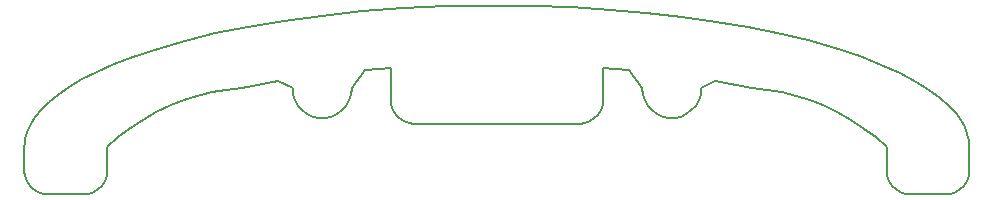
<source format=gm1>
G04*
G04 #@! TF.GenerationSoftware,Altium Limited,Altium Designer,21.3.2 (30)*
G04*
G04 Layer_Color=16711935*
%FSLAX43Y43*%
%MOMM*%
G71*
G04*
G04 #@! TF.SameCoordinates,EE666E5B-AA11-4746-8CD4-C77901DC4081*
G04*
G04*
G04 #@! TF.FilePolarity,Positive*
G04*
G01*
G75*
%ADD10C,0.127*%
D10*
X-1500Y-6100D02*
X-1483Y-5754D01*
X-1431Y-5398D01*
X-1262Y-4792D01*
X-980Y-4171D01*
X-574Y-3532D01*
X-27Y-2874D01*
X598Y-2265D01*
X1363Y-1642D01*
X2282Y-1007D01*
X3366Y-364D01*
X4629Y283D01*
X6078Y928D01*
X7723Y1565D01*
X9786Y2254D01*
X12098Y2915D01*
X14657Y3535D01*
X17453Y4104D01*
X20469Y4612D01*
X23684Y5046D01*
X27068Y5400D01*
X30587Y5663D01*
X34202Y5831D01*
X37870Y5898D01*
X41547Y5865D01*
X44826Y5749D01*
X48043Y5554D01*
X51168Y5282D01*
X54173Y4941D01*
X57033Y4534D01*
X59730Y4070D01*
X62245Y3557D01*
X64814Y2938D01*
X67135Y2279D01*
X69206Y1590D01*
X71028Y884D01*
X72609Y168D01*
X73961Y-548D01*
X75098Y-1257D01*
X76038Y-1955D01*
X76799Y-2638D01*
X77346Y-3238D01*
X77774Y-3824D01*
X78096Y-4398D01*
X78320Y-4962D01*
X78457Y-5543D01*
X78500Y-6100D01*
Y-8100D02*
Y-6100D01*
X78450Y-8545D02*
X78500Y-8100D01*
X78302Y-8968D02*
X78450Y-8545D01*
X78064Y-9347D02*
X78302Y-8968D01*
X77747Y-9664D02*
X78064Y-9347D01*
X77368Y-9902D02*
X77747Y-9664D01*
X76945Y-10050D02*
X77368Y-9902D01*
X76500Y-10100D02*
X76945Y-10050D01*
X73500Y-10100D02*
X76500D01*
X73055Y-10050D02*
X73500Y-10100D01*
X72632Y-9902D02*
X73055Y-10050D01*
X72253Y-9664D02*
X72632Y-9902D01*
X71936Y-9347D02*
X72253Y-9664D01*
X71698Y-8968D02*
X71936Y-9347D01*
X71550Y-8545D02*
X71698Y-8968D01*
X71500Y-8100D02*
X71550Y-8545D01*
X71500Y-8100D02*
Y-6100D01*
X70569Y-5271D02*
X71500Y-6100D01*
X69604Y-4517D02*
X70569Y-5271D01*
X68481Y-3756D02*
X69604Y-4517D01*
X67320Y-3092D02*
X68481Y-3756D01*
X66120Y-2522D02*
X67320Y-3092D01*
X65003Y-2088D02*
X66120Y-2522D01*
X63848Y-1728D02*
X65003Y-2088D01*
X62652Y-1443D02*
X63848Y-1728D01*
X61399Y-1231D02*
X62652Y-1443D01*
X60110Y-1100D02*
X61399Y-1231D01*
X57000Y-525D02*
X60110Y-1100D01*
X55800Y-1120D02*
X57000Y-525D01*
X55745Y-1640D02*
X55800Y-1120D01*
X55584Y-2137D02*
X55745Y-1640D01*
X55323Y-2590D02*
X55584Y-2137D01*
X54973Y-2978D02*
X55323Y-2590D01*
X54550Y-3285D02*
X54973Y-2978D01*
X54073Y-3498D02*
X54550Y-3285D01*
X53561Y-3606D02*
X54073Y-3498D01*
X53039Y-3606D02*
X53561D01*
X52527Y-3498D02*
X53039Y-3606D01*
X52050Y-3285D02*
X52527Y-3498D01*
X51627Y-2978D02*
X52050Y-3285D01*
X51277Y-2590D02*
X51627Y-2978D01*
X51016Y-2137D02*
X51277Y-2590D01*
X50855Y-1640D02*
X51016Y-2137D01*
X50800Y-1120D02*
X50855Y-1640D01*
X49700Y400D02*
X50800Y-1120D01*
X47500Y580D02*
X49700Y400D01*
X47500Y-2100D02*
Y580D01*
X47450Y-2545D02*
X47500Y-2100D01*
X47302Y-2968D02*
X47450Y-2545D01*
X47064Y-3347D02*
X47302Y-2968D01*
X46747Y-3664D02*
X47064Y-3347D01*
X46368Y-3902D02*
X46747Y-3664D01*
X45945Y-4050D02*
X46368Y-3902D01*
X45500Y-4100D02*
X45945Y-4050D01*
X31500Y-4100D02*
X45500D01*
X31055Y-4050D02*
X31500Y-4100D01*
X30632Y-3902D02*
X31055Y-4050D01*
X30253Y-3664D02*
X30632Y-3902D01*
X29936Y-3347D02*
X30253Y-3664D01*
X29698Y-2968D02*
X29936Y-3347D01*
X29550Y-2545D02*
X29698Y-2968D01*
X29500Y-2100D02*
X29550Y-2545D01*
X29500Y-2100D02*
Y580D01*
X27300Y400D02*
X29500Y580D01*
X26200Y-1120D02*
X27300Y400D01*
X26145Y-1640D02*
X26200Y-1120D01*
X25984Y-2137D02*
X26145Y-1640D01*
X25723Y-2590D02*
X25984Y-2137D01*
X25373Y-2978D02*
X25723Y-2590D01*
X24950Y-3285D02*
X25373Y-2978D01*
X24473Y-3498D02*
X24950Y-3285D01*
X23961Y-3606D02*
X24473Y-3498D01*
X23439Y-3606D02*
X23961D01*
X22927Y-3498D02*
X23439Y-3606D01*
X22450Y-3285D02*
X22927Y-3498D01*
X22027Y-2978D02*
X22450Y-3285D01*
X21677Y-2590D02*
X22027Y-2978D01*
X21416Y-2137D02*
X21677Y-2590D01*
X21255Y-1640D02*
X21416Y-2137D01*
X21200Y-1120D02*
X21255Y-1640D01*
X20000Y-525D02*
X21200Y-1120D01*
X16890Y-1100D02*
X20000Y-525D01*
X15601Y-1231D02*
X16890Y-1100D01*
X14348Y-1443D02*
X15601Y-1231D01*
X13152Y-1728D02*
X14348Y-1443D01*
X11997Y-2088D02*
X13152Y-1728D01*
X10880Y-2522D02*
X11997Y-2088D01*
X9680Y-3092D02*
X10880Y-2522D01*
X8519Y-3756D02*
X9680Y-3092D01*
X7396Y-4517D02*
X8519Y-3756D01*
X6431Y-5271D02*
X7396Y-4517D01*
X5500Y-6100D02*
X6431Y-5271D01*
X5500Y-8100D02*
Y-6100D01*
X5450Y-8545D02*
X5500Y-8100D01*
X5302Y-8968D02*
X5450Y-8545D01*
X5064Y-9347D02*
X5302Y-8968D01*
X4747Y-9664D02*
X5064Y-9347D01*
X4368Y-9902D02*
X4747Y-9664D01*
X3945Y-10050D02*
X4368Y-9902D01*
X3500Y-10100D02*
X3945Y-10050D01*
X500Y-10100D02*
X3500D01*
X55Y-10050D02*
X500Y-10100D01*
X-368Y-9902D02*
X55Y-10050D01*
X-747Y-9664D02*
X-368Y-9902D01*
X-1064Y-9347D02*
X-747Y-9664D01*
X-1302Y-8968D02*
X-1064Y-9347D01*
X-1450Y-8545D02*
X-1302Y-8968D01*
X-1500Y-8100D02*
X-1450Y-8545D01*
X-1500Y-8100D02*
Y-6100D01*
M02*

</source>
